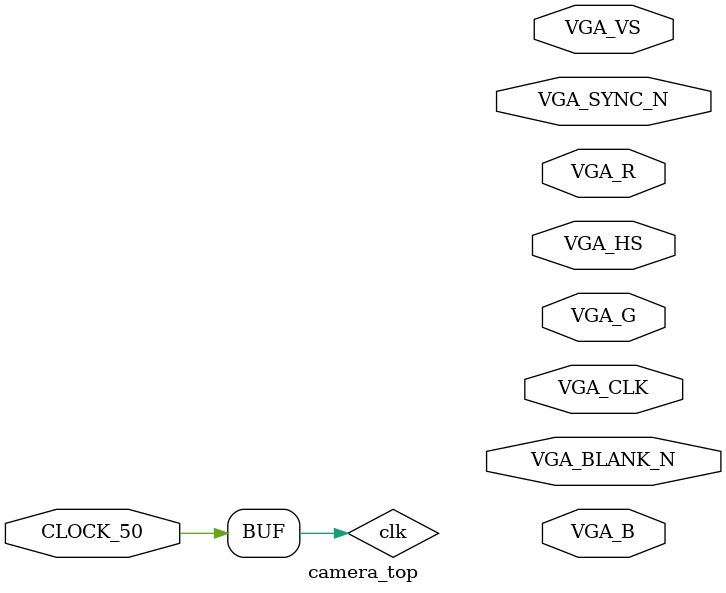
<source format=sv>
module camera_top(	input CLOCK_50,
					output logic [7:0] VGA_R, VGA_G, VGA_B,
					output logic VGA_CLK, VGA_HS, VGA_VS, VGA_BLANK_N, VGA_SYNC_N);
	
	logic clk, clk_25;
	assign clk = CLOCK_50;

	clock_divider cd1(	.in_clk	(clk),
						.reset	(0),
						.outclk	(clk_25));
	
	logic [9:0] temp1, temp2;
	logic [7:0] c1, c2, c3;
	logic t1, t2, t3;
	Graphics_Controller gc ( 1,1,8'b0,8'b0,8'b0,10'b0,10'b0, t1,t2,t3,c1,c2,c3,temp1,temp2);
	
endmodule
</source>
